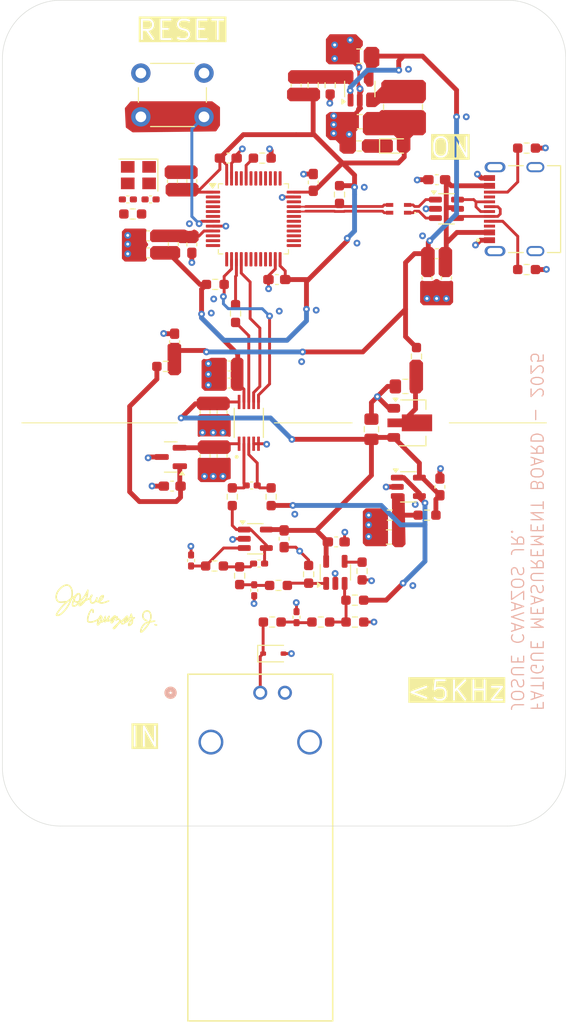
<source format=kicad_pcb>
(kicad_pcb (version 20241229) (generator "pcbnew") (generator_version "9.0")
  (title_block (title "Fatigue Measurement Board") (date "2025-02-21") (rev "-") (comment 1 "Josue Cavazos Jr."))
  (layers (0 "F.Cu" signal) (4 "In1.Cu" signal) (6 "In2.Cu" signal) (2 "B.Cu" signal) (13 "F.Paste" user) (15 "B.Paste" user) (5 "F.SilkS" user "F.Silkscreen") (7 "B.SilkS" user "B.Silkscreen") (1 "F.Mask" user) (3 "B.Mask" user) (25 "Edge.Cuts" user))
  (net 0 "")
  (net 1 "GND")
  (net 2 "+3.3VA")
  (net 3 "VBUS")
  (net 4 "/MCU/USB_CMC_D+")
  (net 5 "/MCU/USB_D-")
  (net 6 "/MCU/USB_CMC_D-")
  (net 7 "/MCU/USB_D+")
  (net 8 "/MCU/USB_CONN_D-")
  (net 9 "/MCU/USB_CONN_CC2")
  (net 10 "/MCU/USB_CONN_CC1")
  (net 11 "/MCU/USB_CONN_D+")
  (net 12 "/Power/LDO_IN")
  (net 13 "/Power/BUCK_SW_3V3")
  (net 14 "+5V")
  (net 15 "/Power/BUCK_FB_3V3")
  (net 16 "/ADC/IN")
  (net 17 "VCOM")
  (net 18 "/ADC/IN_SUM")
  (net 19 "/ADC/SUM_OUT")
  (net 20 "/ADC/SUM-")
  (net 21 "/ADC/AA_BUF_OUT")
  (net 22 "/ADC/IN_AA_BUF")
  (net 23 "/Power/VREF")
  (net 24 "+3V3")
  (net 25 "VDDA")
  (net 26 "/MCU/XTAL_IN")
  (net 27 "/MCU/BOOT0")
  (net 28 "SPI1_NSS")
  (net 29 "/MCU/NRST")
  (net 30 "SPI1_MISO")
  (net 31 "SPI1_SCK")
  (net 32 "/MCU/HSE_IN")
  (net 33 "/MCU/HSE_OUT")
  (net 65 "/ADC/ADC_IN+")
  (net 66 "/ADC/ADC_IN-")
  (net 67 "/ADC/ADC_VREF_VIN")
  (net 68 "/ADC/ADC_VREF")
  (net 69 "/ADC/ADC_SCLK")
  (net 70 "/Power/LED_PWR")
  (net 71 "/ADC/STG2")
  (net 72 "/ADC/STG1")
  (net 73 "/ADC/RF_OUT")
  (footprint "Resistor_SMD:R_0603_1608Metric_Pad0.98x0.95mm_HandSolder" (layer "F.Cu") (at 141.775 124)
    (property "Reference" "R300" (hide yes))
    (property "Value" "1k")
  )
  (footprint "Capacitor_SMD:C_0603_1608Metric_Pad1.08x0.95mm_HandSolder" (layer "F.Cu") (at 129 86 180)
    (property "Reference" "C207" (hide yes))
    (property "Value" "1u")
  )
  (footprint "Capacitor_SMD:C_0603_1608Metric_Pad1.08x0.95mm_HandSolder" (layer "F.Cu") (at 137.25 76.25)
    (property "Reference" "C201" (hide yes))
    (property "Value" "100n")
  )
  (footprint "Capacitor_SMD:C_0603_1608Metric_Pad1.08x0.95mm_HandSolder" (layer "F.Cu") (at 136.6125 102.4 -90)
    (property "Reference" "C307" (hide yes))
    (property "Value" "100n")
  )
  (footprint "USB-C:PHOENIX_1332645" (layer "F.Cu") (at 171.4625 85.97 90)
    (property "Reference" "J200" (hide yes))
    (property "Value" "1332645")
  )
  (footprint "Capacitor_SMD:C_0603_1608Metric_Pad1.08x0.95mm_HandSolder" (layer "F.Cu") (at 131.725 95.1875 90)
    (property "Reference" "C310" (hide yes))
    (property "Value" "10u")
  )
  (footprint "Capacitor_SMD:C_0603_1608Metric_Pad1.08x0.95mm_HandSolder" (layer "F.Cu") (at 134.8625 102.4 -90)
    (property "Reference" "C306" (hide yes))
    (property "Value" "10u")
  )
  (footprint "Resistor_SMD:R_0603_1608Metric_Pad0.98x0.95mm_HandSolder" (layer "F.Cu") (at 137.6625 111.1075 -90)
    (property "Reference" "R306" (hide yes))
    (property "Value" "1k")
  )
  (footprint "MountingHole:MountingHole_3.2mm_M3" (layer "F.Cu") (at 120 66)
    (property "Reference" "H3" (hide yes))
    (property "Value" "MountingHole")
  )
  (footprint "Capacitor_SMD:C_0603_1608Metric_Pad1.08x0.95mm_HandSolder" (layer "F.Cu") (at 134.8625 106.9 -90)
    (property "Reference" "C312" (hide yes))
    (property "Value" "10u")
  )
  (footprint "Resistor_SMD:R_0603_1608Metric_Pad0.98x0.95mm_HandSolder" (layer "F.Cu") (at 138.42 119.2325 -90)
    (property "Reference" "R304" (hide yes))
    (property "Value" "110k")
  )
  (footprint "Capacitor_SMD:C_0603_1608Metric_Pad1.08x0.95mm_HandSolder" (layer "F.Cu") (at 142.25 88.75 180)
    (property "Reference" "C203" (hide yes))
    (property "Value" "100n")
  )
  (footprint "Package_TO_SOT_SMD:SOT-23-5" (layer "F.Cu") (at 140.0325 115.4325)
    (property "Reference" "U301" (hide yes))
    (property "Value" "MCP6001T-E/OT")
  )
  (footprint "Capacitor_SMD:C_0603_1608Metric_Pad1.08x0.95mm_HandSolder" (layer "F.Cu") (at 137.3625 97.65 180)
    (property "Reference" "C309" (hide yes))
    (property "Value" "10u")
  )
  (footprint "Capacitor_SMD:C_0603_1608Metric_Pad1.08x0.95mm_HandSolder" (layer "F.Cu") (at 133.5 85.1375 -90)
    (property "Reference" "C205" (hide yes))
    (property "Value" "10n")
  )
  (footprint "Package_TO_SOT_SMD:SOT-23" (layer "F.Cu") (at 131.3225 107.0125 180)
    (property "Reference" "U303" (hide yes))
    (property "Value" "REF3033AIDBZT")
  )
  (footprint "Capacitor_SMD:C_0603_1608Metric_Pad1.08x0.95mm_HandSolder" (layer "F.Cu") (at 136.6125 106.9 -90)
    (property "Reference" "C313" (hide yes))
    (property "Value" "100n")
  )
  (footprint "Resistor_SMD:R_0603_1608Metric_Pad0.98x0.95mm_HandSolder" (layer "F.Cu") (at 167.9625 87.72)
    (property "Reference" "R200" (hide yes))
    (property "Value" "5k1")
  )
  (footprint "Capacitor_SMD:C_0603_1608Metric_Pad1.08x0.95mm_HandSolder" (layer "F.Cu") (at 157.7125 88.5825 -90)
    (property "Reference" "C102" (hide yes))
    (property "Value" "1u")
  )
  (footprint "Capacitor_SMD:C_0603_1608Metric_Pad1.08x0.95mm_HandSolder" (layer "F.Cu") (at 131.475 110.0125 180)
    (property "Reference" "C311" (hide yes))
    (property "Value" "10u")
  )
  (footprint "Resistor_SMD:R_0603_1608Metric_Pad0.98x0.95mm_HandSolder" (layer "F.Cu") (at 135.9125 89.25 180)
    (property "Reference" "R203" (hide yes))
    (property "Value" "10k")
  )
  (footprint "LED_SMD:LED_0603_1608Metric_Pad1.05x0.95mm_HandSolder" (layer "F.Cu") (at 154.4875 75)
    (property "Reference" "D100" (hide yes))
    (property "Value" "GREEN")
  )
  (footprint "CMC:FIL_ACM2012-900-2P-T002" (layer "F.Cu") (at 154.7875 81.47 180)
    (property "Reference" "FL200" (hide yes))
    (property "Value" "ACM2012-900-2P-T002")
  )
  (footprint "Package_TO_SOT_SMD:SOT-23-6" (layer "F.Cu") (at 159.7125 81.47)
    (property "Reference" "U201" (hide yes))
    (property "Value" "USBLC6-2SC6")
  )
  (footprint "Capacitor_SMD:C_0603_1608Metric_Pad1.08x0.95mm_HandSolder" (layer "F.Cu") (at 143 115.4325 -90)
    (property "Reference" "C300" (hide yes))
    (property "Value" "100n")
  )
  (footprint "Button_Switch_THT:SW_PUSH_6mm" (layer "F.Cu") (at 128.25 67.5)
    (property "Reference" "SW200" (hide yes))
    (property "Value" "SW_Omron_B3FS")
  )
  (footprint "Capacitor_SMD:C_0402_1005Metric_Pad0.74x0.62mm_HandSolder" (layer "F.Cu") (at 140.42 117.9825)
    (property "Reference" "C301" (hide yes))
    (property "Value" "1n")
  )
  (footprint "Resistor_SMD:R_0603_1608Metric_Pad0.98x0.95mm_HandSolder" (layer "F.Cu") (at 142.42 120.2325)
    (property "Reference" "R303" (hide yes))
    (property "Value" "33k")
  )
  (footprint "Capacitor_SMD:C_0603_1608Metric_Pad1.08x0.95mm_HandSolder" (layer "F.Cu") (at 129 84.25 180)
    (property "Reference" "C206" (hide yes))
    (property "Value" "1u")
  )
  (footprint "Capacitor_SMD:C_0805_2012Metric_Pad1.18x1.45mm_HandSolder" (layer "F.Cu") (at 150.7375 65.75 180)
    (property "Reference" "C106" (hide yes))
    (property "Value" "22u")
  )
  (footprint "Crystal:Crystal_SMD_3225-4Pin_3.2x2.5mm" (layer "F.Cu") (at 128 78 180)
    (property "Reference" "Y200" (hide yes))
    (property "Value" "16MHz")
  )
  (footprint "Package_QFP:LQFP-48_7x7mm_P0.5mm" (layer "F.Cu") (at 139.8375 82.5)
    (property "Reference" "U200" (hide yes))
    (property "Value" "STM32F103CBTx")
  )
  (footprint "Capacitor_SMD:C_0402_1005Metric_Pad0.74x0.62mm_HandSolder" (layer "F.Cu") (at 144.275 123.5 90)
    (property "Reference" "C302" (hide yes))
    (property "Value" "150p")
  )
  (footprint "Resistor_SMD:R_0603_1608Metric_Pad0.98x0.95mm_HandSolder" (layer "F.Cu") (at 146.775 124)
    (property "Reference" "R301" (hide yes))
    (property "Value" "56k")
  )
  (footprint "Resistor_SMD:R_0603_1608Metric_Pad0.98x0.95mm_HandSolder" (layer "F.Cu") (at 141.6625 111.1075 -90)
    (property "Reference" "R310" (hide yes))
    (property "Value" "1k")
  )
  (footprint "Resistor_SMD:R_0603_1608Metric_Pad0.98x0.95mm_HandSolder" (layer "F.Cu") (at 145.525 119.0875 90)
    (property "Reference" "R309" (hide yes))
    (property "Value" "1k")
  )
  (footprint "Resistor_SMD:R_0603_1608Metric_Pad0.98x0.95mm_HandSolder" (layer "F.Cu") (at 150.2875 124)
    (property "Reference" "R307" (hide yes))
    (property "Value" "11k")
  )
  (footprint "Resistor_SMD:R_0603_1608Metric_Pad0.98x0.95mm_HandSolder" (layer "F.Cu") (at 153.875 113)
    (property "Reference" "R102" (hide yes))
    (property "Value" "1k")
  )
  (footprint "Package_TO_SOT_SMD:SOT-23-5" (layer "F.Cu") (at 150.7875 69.1375 90)
    (property "Reference" "U102" (hide yes))
    (property "Value" "TLV62569DBV")
  )
  (footprint "Inductor_SMD:L_0603_1608Metric_Pad1.05x0.95mm_HandSolder" (layer "F.Cu") (at 158.7125 86.0825 180)
    (property "Reference" "L100" (hide yes))
    (property "Value" "10n")
  )
  (footprint "Resistor_SMD:R_0603_1608Metric_Pad0.98x0.95mm_HandSolder" (layer "F.Cu") (at 130.8125 97.6875 180)
    (property "Reference" "R311" (hide yes))
    (property "Value" "49R9")
  )
  (footprint "ADC:SOP50P490X110-10N" (layer "F.Cu") (at 139.3625 103.5 90)
    (property "Reference" "U302" (hide yes))
    (property "Value" "ADC141S626CIMM_NOPB")
  )
  (footprint "Capacitor_SMD:C_0603_1608Metric_Pad1.08x0.95mm_HandSolder" (layer "F.Cu") (at 158.7125 78.47 180)
    (property "Reference" "C210" (hide yes))
    (property "Value" "100n")
  )
  (footprint "Package_TO_SOT_SMD:SOT-23-5" (layer "F.Cu") (at 155.7875 110.0875)
    (property "Reference" "U101" (hide yes))
    (property "Value" "MCP6001T-E/OT")
  )
  (footprint "BNC:CONN_73138-5033_MOL" (layer "F.Cu") (at 140.5424 131.278403)
    (property "Reference" "J300" (hide yes))
    (property "Value" "031-5640-1010")
  )
  (footprint "Capacitor_SMD:C_0402_1005Metric_Pad0.74x0.62mm_HandSolder" (layer "F.Cu") (at 139.92 120.7325 -90)
    (property "Reference" "C303" (hide yes))
    (property "Value" "1n")
  )
  (footprint "Capacitor_SMD:C_0805_2012Metric_Pad1.18x1.45mm_HandSolder" (layer "F.Cu") (at 150.7875 72.5 180)
    (property "Reference" "C107" (hide yes))
    (property "Value" "22u")
  )
  (footprint "Capacitor_SMD:C_0402_1005Metric_Pad0.74x0.62mm_HandSolder" (layer "F.Cu") (at 139.6625 109.945)
    (property "Reference" "C305" (hide yes))
    (property "Value" "150p")
  )
  (footprint "MountingHole:MountingHole_3.2mm_M3" (layer "F.Cu") (at 120 139)
    (property "Reference" "H4" (hide yes))
    (property "Value" "MountingHole")
  )
  (footprint "Capacitor_SMD:C_0805_2012Metric_Pad1.18x1.45mm_HandSolder" (layer "F.Cu") (at 155.4875 99.75 180)
    (property "Reference" "C103" (hide yes))
    (property "Value" "22u")
  )
  (footprint "Capacitor_SMD:C_0603_1608Metric_Pad1.08x0.95mm_HandSolder" (layer "F.Cu") (at 133.5 78.6125 90)
    (property "Reference" "C204" (hide yes))
    (property "Value" "100n")
  )
  (footprint "Resistor_SMD:R_0603_1608Metric_Pad0.98x0.95mm_HandSolder" (layer "F.Cu") (at 140.75 76.25 180)
    (property "Reference" "R202" (hide yes))
    (property "Value" "10k")
  )
  (footprint "MountingHole:MountingHole_3.2mm_M3" (layer "F.Cu") (at 166 139)
    (property "Reference" "H1" (hide yes))
    (property "Value" "MountingHole")
  )
  (footprint "Capacitor_SMD:C_0603_1608Metric_Pad1.08x0.95mm_HandSolder" (layer "F.Cu") (at 148.3625 115.75)
    (property "Reference" "C314" (hide yes))
    (property "Value" "100n")
  )
  (footprint "Resistor_SMD:R_0603_1608Metric_Pad0.98x0.95mm_HandSolder" (layer "F.Cu") (at 147.7375 68.75 90)
    (property "Reference" "R105" (hide yes))
    (property "Value" "22k")
  )
  (footprint "LOGO" (layer "F.Cu") (at 125 122.75)
    (property "Reference" "G***" (hide yes))
    (property "Value" "LOGO" (hide yes))
  )
  (footprint "Resistor_SMD:R_0603_1608Metric_Pad0.98x0.95mm_HandSolder" (layer "F.Cu") (at 127.4125 82 180)
    (property "Reference" "R204" (hide yes))
    (property "Value" "0R")
  )
  (footprint "Capacitor_SMD:C_0603_1608Metric_Pad1.08x0.95mm_HandSolder" (layer "F.Cu") (at 159.0375 110.0875 -90)
    (property "Reference" "C100" (hide yes))
    (property "Value" "100n")
  )
  (footprint "Resistor_SMD:R_0603_1608Metric_Pad0.98x0.95mm_HandSolder" (layer "F.Cu") (at 156.625 96.6625 -90)
    (property "Reference" "R100" (hide yes))
    (property "Value" "10R")
  )
  (footprint "Capacitor_SMD:C_0603_1608Metric_Pad1.08x0.95mm_HandSolder" (layer "F.Cu") (at 131.5 78.6375 90)
    (property "Reference" "C200" (hide yes))
    (property "Value" "10u")
  )
  (footprint "Capacitor_SMD:C_0603_1608Metric_Pad1.08x0.95mm_HandSolder" (layer "F.Cu") (at 144.2375 68.75 90)
    (property "Reference" "C108" (hide yes))
    (property "Value" "DNP")
  )
  (footprint "Inductor_SMD:L_0603_1608Metric_Pad1.05x0.95mm_HandSolder" (layer "F.Cu") (at 131.5925 85.1025 -90)
    (property "Reference" "L200" (hide yes))
    (property "Value" "10n")
  )
  (footprint "Capacitor_SMD:C_0603_1608Metric_Pad1.08x0.95mm_HandSolder" (layer "F.Cu") (at 159.7125 88.5825 -90)
    (property "Reference" "C101" (hide yes))
    (property "Value" "1u")
  )
  (footprint "Resistor_SMD:R_0603_1608Metric_Pad0.98x0.95mm_HandSolder" (layer "F.Cu") (at 145.9875 68.75 -90)
    (property "Reference" "R103" (hide yes))
    (property "Value" "100k")
  )
  (footprint "Capacitor_SMD:C_0805_2012Metric_Pad1.18x1.45mm_HandSolder" (layer "F.Cu") (at 151.9875 104.155 90)
    (property "Reference" "C104" (hide yes))
    (property "Value" "22u")
  )
  (footprint "Capacitor_SMD:C_0402_1005Metric_Pad0.74x0.62mm_HandSolder" (layer "F.Cu") (at 126.9125 80.5)
    (property "Reference" "C209" (hide yes))
    (property "Value" "10p")
  )
  (footprint "Diode_SMD:D_SOD-323" (layer "F.Cu") (at 141.8875 127.25)
    (property "Reference" "D300" (hide yes))
    (property "Value" "PESD3V3L1BA,115")
  )
  (footprint "Capacitor_SMD:C_0805_2012Metric_Pad1.18x1.45mm_HandSolder" (layer "F.Cu") (at 153.7875 115.25 180)
    (property "Reference" "C105" (hide yes))
    (property "Value" "22u")
  )
  (footprint "Capacitor_SMD:C_0402_1005Metric_Pad0.74x0.62mm_HandSolder" (layer "F.Cu") (at 129.25 80.5 180)
    (property "Reference" "C208" (hide yes))
    (property "Value" "10p")
  )
  (footprint "MountingHole:MountingHole_3.2mm_M3" (layer "F.Cu") (at 166 66)
    (property "Reference" "H2" (hide yes))
    (property "Value" "MountingHole")
  )
  (footprint "Package_TO_SOT_SMD:SOT-23-5" (layer "F.Cu") (at 148.275 118.8875 90)
    (property "Reference" "U300" (hide yes))
    (property "Value" "MCP6001T-E/OT")
  )
  (footprint "Resistor_SMD:R_0603_1608Metric_Pad0.98x0.95mm_HandSolder" (layer "F.Cu") (at 135.8325 118.2325)
    (property "Reference" "R305" (hide yes))
    (property "Value" "56k")
  )
  (footprint "Package_TO_SOT_SMD:SOT-89-3" (layer "F.Cu") (at 156.2375 103.5)
    (property "Reference" "U100" (hide yes))
    (property "Value" "HT7533-1")
  )
  (footprint "Power Inductor:IND_VLS4015CX-100M-H" (layer "F.Cu") (at 155.2375 71 -90)
    (property "Reference" "L101" (hide yes))
    (property "Value" "10u")
  )
  (footprint "Resistor_SMD:R_0603_1608Metric_Pad0.98x0.95mm_HandSolder" (layer "F.Cu") (at 167.9625 75.22)
    (property "Reference" "R201" (hide yes))
    (property "Value" "5k1")
  )
  (footprint "Capacitor_SMD:C_0603_1608Metric_Pad1.08x0.95mm_HandSolder" (layer "F.Cu") (at 146 78.75 90)
    (property "Reference" "C202" (hide yes))
    (property "Value" "100n")
  )
  (footprint "Resistor_SMD:R_0603_1608Metric_Pad0.98x0.95mm_HandSolder" (layer "F.Cu") (at 138 92.25 -90)
    (property "Reference" "R312" (hide yes))
    (property "Value" "0R")
  )
  (footprint "Resistor_SMD:R_0603_1608Metric_Pad0.98x0.95mm_HandSolder" (layer "F.Cu") (at 150.275 121.75 180)
    (property "Reference" "R302" (hide yes))
    (property "Value" "56k")
  )
  (footprint "Resistor_SMD:R_0603_1608Metric_Pad0.98x0.95mm_HandSolder" (layer "F.Cu") (at 148.7 80 -90)
    (property "Reference" "R205" (hide yes))
    (property "Value" "1k5")
  )
  (footprint "Capacitor_SMD:C_0402_1005Metric_Pad0.74x0.62mm_HandSolder" (layer "F.Cu") (at 133.42 117.665 90)
    (property "Reference" "C304" (hide yes))
    (property "Value" "150p")
  )
  (footprint "Resistor_SMD:R_0603_1608Metric_Pad0.98x0.95mm_HandSolder" (layer "F.Cu") (at 151.025 118.75 -90)
    (property "Reference" "R308" (hide yes))
    (property "Value" "1k")
  )
  (footprint "Resistor_SMD:R_0603_1608Metric_Pad0.98x0.95mm_HandSolder" (layer "F.Cu") (at 150.7375 75)
    (property "Reference" "R104" (hide yes))
    (property "Value" "1k")
  )
  (footprint "Resistor_SMD:R_0603_1608Metric_Pad0.98x0.95mm_HandSolder" (layer "F.Cu") (at 157.7125 113)
    (property "Reference" "R101" (hide yes))
    (property "Value" "1k")
  )
  (footprint "Capacitor_SMD:C_0603_1608Metric_Pad1.08x0.95mm_HandSolder" (layer "F.Cu") (at 137.3625 99.4 180)
    (property "Reference" "C308" (hide yes))
    (property "Value" "100n")
  )
  (gr_line (start 142 103.5) (end 150 103.5) (stroke (width 0.1)) (layer "F.SilkS"))
  (gr_line (start 116 103.5) (end 132 103.5) (stroke (width 0.1)) (layer "F.SilkS"))
  (gr_line (start 160 103.5) (end 170 103.5) (stroke (width 0.1)) (layer "F.SilkS"))
  (gr_line (start 166 145) (end 120 145) (stroke (width 0.05)) (layer "Edge.Cuts"))
  (gr_arc (start 114 66) (mid 115.757359 61.757359) (end 120 60) (stroke (width 0.05)) (layer "Edge.Cuts"))
  (gr_line (start 172 66) (end 172 139) (stroke (width 0.05)) (layer "Edge.Cuts"))
  (gr_arc (start 120 145) (mid 115.757359 143.242641) (end 114 139) (stroke (width 0.05)) (layer "Edge.Cuts"))
  (gr_arc (start 166 60) (mid 170.242641 61.757359) (end 172 66) (stroke (width 0.05)) (layer "Edge.Cuts"))
  (gr_arc (start 172 139) (mid 170.242641 143.242641) (end 166 145) (stroke (width 0.05)) (layer "Edge.Cuts"))
  (gr_line (start 166 60) (end 120 60) (stroke (width 0.05)) (layer "Edge.Cuts"))
  (gr_line (start 114 66) (end 114 139) (stroke (width 0.05)) (layer "Edge.Cuts"))
  (gr_text "IN" (at 127 137 0) (layer "F.SilkS" knockout) (effects (font (size 2 2) (thickness 0.2)) (justify left bottom)))
  (gr_text "<5KHz" (at 155.5 132.25 0) (layer "F.SilkS" knockout) (effects (font (size 2 2) (thickness 0.2)) (justify left bottom)))
  (gr_text "ON" (at 157.9375 76.35 0) (layer "F.SilkS" knockout) (effects (font (size 2 2) (thickness 0.2)) (justify left bottom)))
  (gr_text "RESET" (at 127.75 64.25 0) (layer "F.SilkS" knockout) (effects (font (size 2 2) (thickness 0.2)) (justify left bottom)))
  (gr_text "FATIGUE MEASUREMENT BOARD - 2025\nJOSUE CAVAZOS JR." (at 166.25 133.25 270) (layer "B.SilkS") (effects (font (size 1.25 1.25) (thickness 0.125)) (justify left bottom mirror)))
  (segment (start 164.1425 78.3) (end 163.3 78.3) (width 0.5) (layer "F.Cu") (net 1))
  (segment (start 131.725 94.325) (end 130.625 94.325) (width 0.5) (layer "F.Cu") (net 1))
  (segment (start 130.385 107.0125) (end 129.0875 107.0125) (width 0.5) (layer "F.Cu") (net 1))
  (segment (start 168.875 75.22) (end 169.88 75.22) (width 0.5) (layer "F.Cu") (net 1))
  (segment (start 169.88 75.22) (end 169.9 75.2) (width 0.5) (layer "F.Cu") (net 1))
  (segment (start 158.575 81.47) (end 157.609886 81.47) (width 0.5) (layer "F.Cu") (net 1))
  (segment (start 153.8 102) (end 152.6 100.8) (width 0.5) (layer "F.Cu") (net 1))
  (segment (start 141.15 105.65) (end 141.2 105.7) (width 0.3) (layer "F.Cu") (net 1))
  (segment (start 141.3875 88.75) (end 141.3875 89.6875) (width 0.3) (layer "F.Cu") (net 1))
  (segment (start 138.1125 75.8875) (end 138.7 75.3) (width 0.3) (layer "F.Cu") (net 1))
  (segment (start 143 116.295) (end 144.195 116.295) (width 0.3) (layer "F.Cu") (net 1))
  (segment (start 138.895 115.4325) (end 137.7675 115.4325) (width 0.3) (layer "F.Cu") (net 1))
  (segment (start 137.5875 78.3375) (end 137.5875 76.775) (width 0.3) (layer "F.Cu") (net 1))
  (segment (start 133.42 117.0975) (end 133.42 116.22) (width 0.3) (layer "F.Cu") (net 1))
  (segment (start 146 77.8875) (end 145.0125 77.8875) (width 0.5) (layer "F.Cu") (net 1))
  (segment (start 144.275 122.9325) (end 144.275 122.025) (width 0.3) (layer "F.Cu") (net 1))
  (segment (start 157.85 78.47) (end 156.73 78.47) (width 0.5) (layer "F.Cu") (net 1))
  (segment (start 139.92 122.08) (end 139.9 122.1) (width 0.3) (layer "F.Cu") (net 1))
  (segment (start 169.98 87.72) (end 170 87.7) (width 0.5) (layer "F.Cu") (net 1))
  (segment (start 141.3875 88.3625) (end 141.3875 88.75) (width 0.3) (layer "F.Cu") (net 1))
  (segment (start 142.0875 86.6625) (end 142.0875 87.6625) (width 0.3) (layer "F.Cu") (net 1))
  (segment (start 129.4125 110.0125) (end 129.4 110) (width 0.5) (layer "F.Cu") (net 1))
  (segment (start 151.9875 103.1175) (end 151.9875 101.4125) (width 0.5) (layer "F.Cu") (net 1))
  (segment (start 144 80.25) (end 142.85 80.25) (width 0.3) (layer "F.Cu") (net 1))
  (segment (start 154.2875 102) (end 153.8 102) (width 0.5) (layer "F.Cu") (net 1))
  (segment (start 147.7375 70.5625) (end 147.7 70.6) (width 0.5) (layer "F.Cu") (net 1))
  (segment (start 141.6625 75.4625) (end 141.5 75.3) (width 0.5) (layer "F.Cu") (net 1))
  (segment (start 149.225 115.75) (end 149.225 114.775) (width 0.3) (layer "F.Cu") (net 1))
  (segment (start 153.5125 110.0875) (end 153.5 110.1) (width 0.5) (layer "F.Cu") (net 1))
  (segment (start 144.275 122.025) (end 144.25 122) (width 0.3) (layer "F.Cu") (net 1))
  (segment (start 168.875 87.72) (end 169.98 87.72) (width 0.5) (layer "F.Cu") (net 1))
  (segment (start 139.92 121.3) (end 139.92 122.08) (width 0.3) (layer "F.Cu") (net 1))
  (segment (start 130.625 94.325) (end 130.6 94.3) (width 0.5) (layer "F.Cu") (net 1))
  (segment (start 147.7375 69.6625) (end 147.7375 70.5625) (width 0.5) (layer "F.Cu") (net 1))
  (segment (start 148.275 120.025) (end 148.275 119.025) (width 0.3) (layer "F.Cu") (net 1))
  (segment (start 141.3875 89.6875) (end 141.4 89.7) (width 0.3) (layer "F.Cu") (net 1))
  (segment (start 142.9375 127.25) (end 143.75 127.25) (width 0.3) (layer "F.Cu") (net 1))
  (segment (start 133.42 116.22) (end 133.4 116.2) (width 0.3) (layer "F.Cu") (net 1))
  (segment (start 141.6625 76.25) (end 141.6625 75.4625) (width 0.5) (layer "F.Cu") (net 1))
  (segment (start 151.025 119.6625) (end 151.9125 119.6625) (width 0.3) (layer "F.Cu") (net 1))
  (segment (start 133.5 86) (end 133.5 87) (width 0.5) (layer "F.Cu") (net 1))
  (segment (start 142.85 80.25) (end 142.8 80.3) (width 0.3) (layer "F.Cu") (net 1))
  (segment (start 138.1125 76.25) (end 138.1125 75.8875) (width 0.3) (layer "F.Cu") (net 1))
  (segment (start 142.0875 87.6625) (end 141.3875 88.3625) (width 0.3) (layer "F.Cu") (net 1))
  (segment (start 154.65 110.0875) (end 153.5125 110.0875) (width 0.5) (layer "F.Cu") (net 1))
  (segment (start 145.525 117.625) (end 144.6 116.7) (width 0.3) (layer "F.Cu") (net 1))
  (segment (start 154.45 99.75) (end 153.65 99.75) (width 0.5) (layer "F.Cu") (net 1))
  (segment (start 151.9875 101.4125) (end 152.6 100.8) (width 0.5) (layer "F.Cu") (net 1))
  (segment (start 130.6125 110.0125) (end 129.4125 110.0125) (width 0.5) (layer "F.Cu") (net 1))
  (segment (start 140.3625 105.65) (end 141.15 105.65) (width 0.3) (layer "F.Cu") (net 1))
  (segment (start 144.195 116.295) (end 144.6 116.7) (width 0.3) (layer "F.Cu") (net 1))
  (segment (start 149.225 114.775) (end 149.25 114.75) (width 0.3) (layer "F.Cu") (net 1))
  (segment (start 148.275 119.025) (end 148.25 119) (width 0.3) (layer "F.Cu") (net 1))
  (segment (start 151.2 124) (end 152.25 124) (width 0.3) (layer "F.Cu") (net 1))
  (segment (start 145.0125 77.8875) (end 145 77.9) (width 0.5) (layer "F.Cu") (net 1))
  (segment (start 164.1425 84.7) (end 163.2 84.7) (width 0.5) (layer "F.Cu") (net 1))
  (segment (start 163.2 84.7) (end 162.7 85.2) (width 0.5) (layer "F.Cu") (net 1))
  (segment (start 151.9125 119.6625) (end 152 119.75) (width 0.3) (layer "F.Cu") (net 1))
  (segment (start 137.5875 76.775) (end 138.1125 76.25) (width 0.3) (layer "F.Cu") (net 1))
  (segment (start 137.7675 115.4325) (end 137.7 115.5) (width 0.3) (layer "F.Cu") (net 1))
  (segment (start 139.8625 105.65) (end 140.3625 105.65) (width 0.3) (layer "F.Cu") (net 1))
  (segment (start 156.73 78.47) (end 156.7 78.5) (width 0.5) (layer "F.Cu") (net 1))
  (segment (start 129.0875 107.0125) (end 129 107.1) (width 0.5) (layer "F.Cu") (net 1))
  (segment (start 145.525 118.175) (end 145.525 117.625) (width 0.3) (layer "F.Cu") (net 1))
  (segment (start 159.0375 108.2625) (end 159.1 108.2) (width 0.5) (layer "F.Cu") (net 1))
  (segment (start 159.0375 109.225) (end 159.0375 108.2625) (width 0.5) (layer "F.Cu") (net 1))
  (segment (start 153.65 99.75) (end 152.6 100.8) (width 0.5) (layer "F.Cu") (net 1))
  (segment (start 135.675 83.25) (end 137 83.25) (width 0.3) (layer "F.Cu") (net 1))
  (segment (start 163.3 78.3) (end 162.9 77.9) (width 0.5) (layer "F.Cu") (net 1))
  (via (at 134.8 109) (size 0.7) (drill 0.3) (layers "F.Cu" "B.Cu") (net 1))
  (via (at 141.5 75.3) (size 0.7) (drill 0.3) (layers "F.Cu" "B.Cu") (net 1))
  (via (at 137.7 115.5) (size 0.7) (drill 0.3) (layers "F.Cu" "B.Cu") (net 1))
  (via (at 142.5 92) (size 0.7) (drill 0.3) (layers "F.Cu" "B.Cu") (net 1))
  (via (at 148.2 66) (size 0.7) (drill 0.3) (layers "F.Cu" "B.Cu") (net 1))
  (via (at 149.25 114.75) (size 0.7) (drill 0.3) (layers "F.Cu" "B.Cu") (net 1))
  (via (at 150.7 66.9) (size 0.7) (drill 0.3) (layers "F.Cu" "B.Cu") (net 1))
  (via (at 153.5 110.1) (size 0.7) (drill 0.3) (layers "F.Cu" "B.Cu") (net 1))
  (via (at 144.8 97.2) (size 0.7) (drill 0.3) (layers "F.Cu" "B.Cu") (net 1))
  (via (at 157.609886 81.47) (size 0.7) (drill 0.3) (layers "F.Cu" "B.Cu") (net 1))
  (via (at 137 83.25) (size 0.7) (drill 0.3) (layers "F.Cu" "B.Cu") (net 1))
  (via (at 148.1 73.7) (size 0.7) (drill 0.3) (layers "F.Cu" "B.Cu") (net 1))
  (via (at 149.7 73.8) (size 0.7) (drill 0.3) (layers "F.Cu" "B.Cu") (net 1))
  (via (at 157.25 84.25) (size 0.7) (drill 0.3) (layers "F.Cu" "B.Cu") (net 1))
  (via (at 136.7 109) (size 0.7) (drill 0.3) (layers "F.Cu" "B.Cu") (net 1))
  (via (at 126.9 86.1) (size 0.7) (drill 0.3) (layers "F.Cu" "B.Cu") (net 1))
  (via (at 148.1 72.8) (size 0.7) (drill 0.3) (layers "F.Cu" "B.Cu") (net 1))
  (via (at 159.7 90.7) (size 0.7) (drill 0.3) (layers "F.Cu" "B.Cu") (net 1))
  (via (at 135.7 109) (size 0.7) (drill 0.3) (layers "F.Cu" "B.Cu") (net 1))
  (via (at 134.6 104.5) (size 0.7) (drill 0.3) (layers "F.Cu" "B.Cu") (net 1))
  (via (at 139.9 122.1) (size 0.7) (drill 0.3) (layers "F.Cu" "B.Cu") (net 1))
  (via (at 129 107.1) (size 0.7) (drill 0.3) (layers "F.Cu" "B.Cu") (net 1))
  (via (at 144.25 122) (size 0.7) (drill 0.3) (layers "F.Cu" "B.Cu") (net 1))
  (via (at 144.1 112.9) (size 0.7) (drill 0.3) (layers "F.Cu" "B.Cu") (net 1))
  (via (at 156.25 120.25) (size 0.7) (drill 0.3) (layers "F.Cu" "B.Cu") (net 1))
  (via (at 151.7 113) (size 0.7) (drill 0.3) (layers "F.Cu" "B.Cu") (net 1))
  (via (at 135.7 104.5) (size 0.7) (drill 0.3) (layers "F.Cu" "B.Cu") (net 1))
  (via (at 152.25 124) (size 0.7) (drill 0.3) (layers "F.Cu" "B.Cu") (net 1))
  (via (at 155.8 67.1) (size 0.7) (drill 0.3) (layers "F.Cu" "B.Cu") (net 1))
  (via (at 135.2 97.4) (size 0.7) (drill 0.3) (layers "F.Cu" "B.Cu") (net 1))
  (via (at 130.6 94.3) (size 0.7) (drill 0.3) (layers "F.Cu" "B.Cu") (net 1))
  (via (at 161.75 72) (size 0.7) (drill 0.3) (layers "F.Cu" "B.Cu") (net 1))
  (via (at 146.3 91.9) (size 0.7) (drill 0.3) (layers "F.Cu" "B.Cu") (net 1))
  (via (at 156.7 78.5) (size 0.7) (drill 0.3) (layers "F.Cu" "B.Cu") (net 1))
  (via (at 149.8 64.1) (size 0.7) (drill 0.3) (layers "F.Cu" "B.Cu") (net 1))
  (via (at 170 87.7) (size 0.7) (drill 0.3) (layers "F.Cu" "B.Cu") (net 1))
  (via (at 162.9 77.9) (size 0.7) (drill 0.3) (layers "F.Cu" "B.Cu") (net 1))
  (via (at 151.7 114) (size 0.7) (drill 0.3) (layers "F.Cu" "B.Cu") (net 1))
  (via (at 148.1 71.9) (size 0.7) (drill 0.3) (layers "F.Cu" "B.Cu") (net 1))
  (via (at 145 77.9) (size 0.7) (drill 0.3) (layers "F.Cu" "B.Cu") (net 1))
  (via (at 141.2 105.7) (size 0.7) (drill 0.3) (layers "F.Cu" "B.Cu") (net 1))
  (via (at 143.75 127.25) (size 0.7) (drill 0.3) (layers "F.Cu" "B.Cu") (net 1))
  (via (at 141.4 89.7) (size 0.7) (drill 0.3) (layers "F.Cu" "B.Cu") (net 1))
  (via (at 135.2 99.6) (size 0.7) (drill 0.3) (layers "F.Cu" "B.Cu") (net 1))
  (via (at 133.4 116.2) (size 0.7) (drill 0.3) (layers "F.Cu" "B.Cu") (net 1))
  (via (at 157.7 90.7) (size 0.7) (drill 0.3) (layers "F.Cu" "B.Cu") (net 1))
  (via (at 129.4 110) (size 0.7) (drill 0.3) (layers "F.Cu" "B.Cu") (net 1))
  (via (at 156.5 111.9) (size 0.7) (drill 0.3) (layers "F.Cu" "B.Cu") (net 1))
  (via (at 150.8 69.1) (size 0.7) (drill 0.3) (layers "F.Cu" "B.Cu") (net 1))
  (via (at 148.25 119) (size 0.7) (drill 0.3) (layers "F.Cu" "B.Cu") (net 1))
  (via (at 135.5 92.2) (size 0.7) (drill 0.3) (layers "F.Cu" "B.Cu") (net 1))
  (via (at 138.7 75.3) (size 0.7) (drill 0.3) (layers "F.Cu" "B.Cu") (net 1))
  (via (at 133.5 87) (size 0.7) (drill 0.3) (layers "F.Cu" "B.Cu") (net 1))
  (via (at 150.5 85) (size 0.7) (drill 0.3) (layers "F.Cu" "B.Cu") (net 1))
  (via (at 135.75 90.75) (size 0.7) (drill 0.3) (layers "F.Cu" "B.Cu") (net 1))
  (via (at 152.6 100.8) (size 0.7) (drill 0.3) (layers "F.Cu" "B.Cu") (net 1))
  (via (at 142.8 80.3) (size 0.7) (drill 0.3) (layers "F.Cu" "B.Cu") (net 1))
  (via (at 144.6 116.7) (size 0.7) (drill 0.3) (layers "F.Cu" "B.Cu") (net 1))
  (via (at 162.7 85.2) (size 0.7) (drill 0.3) (layers "F.Cu" "B.Cu") (net 1))
  (via (at 159.1 108.2) (size 0.7) (drill 0.3) (layers "F.Cu" "B.Cu") (net 1))
  (via (at 126.9 84.2) (size 0.7) (drill 0.3) (layers "F.Cu" "B.Cu") (net 1))
  (via (at 158.7 90.7) (size 0.7) (drill 0.3) (layers "F.Cu" "B.Cu") (net 1))
  (via (at 151.7 115.2) (size 0.7) (drill 0.3) (layers "F.Cu" "B.Cu") (net 1))
  (via (at 147.7 70.6) (size 0.7) (drill 0.3) (layers "F.Cu" "B.Cu") (net 1))
  (via (at 136.7 104.5) (size 0.7) (drill 0.3) (layers "F.Cu" "B.Cu") (net 1))
  (via (at 148.2 64.6) (size 0.7) (drill 0.3) (layers "F.Cu" "B.Cu") (net 1))
  (via (at 151.25 79.25) (size 0.7) (drill 0.3) (layers "F.Cu" "B.Cu") (net 1))
  (via (at 133.25 83) (size 0.7) (drill 0.3) (layers "F.Cu" "B.Cu") (net 1))
  (via (at 152 119.75) (size 0.7) (drill 0.3) (layers "F.Cu" "B.Cu") (net 1))
  (via (at 135.2 98.5) (size 0.7) (drill 0.3) (layers "F.Cu" "B.Cu") (net 1))
  (via (at 169.9 75.2) (size 0.7) (drill 0.3) (layers "F.Cu" "B.Cu") (net 1))
  (via (at 126.9 85.1) (size 0.7) (drill 0.3) (layers "F.Cu" "B.Cu") (net 1))
  (segment (start 147.325 117.75) (end 147.325 115.925) (width 0.5) (layer "F.Cu") (net 2))
  (segment (start 151.9875 105.1925) (end 143.8075 105.1925) (width 0.5) (layer "F.Cu") (net 2))
  (segment (start 146.32 114.57) (end 151.9875 108.9025) (width 0.5) (layer "F.Cu") (net 2))
  (segment (start 158.625 113) (end 158.625 111.3625) (width 0.5) (layer "F.Cu") (net 2))
  (segment (start 154.2875 105) (end 152.18 105) (width 0.5) (layer "F.Cu") (net 2))
  (segment (start 143.8075 105.1925) (end 143.8 105.2) (width 0.5) (layer "F.Cu") (net 2))
  (segment (start 156.925 107.6375) (end 156.925 109.1375) (width 0.5) (layer "F.Cu") (net 2))
  (segment (start 154.2875 105) (end 156.925 107.6375) (width 0.5) (layer "F.Cu") (net 2))
  (segment (start 151.9875 108.9025) (end 151.9875 105.1925) (width 0.5) (layer "F.Cu") (net 2))
  (segment (start 152.18 105) (end 151.9875 105.1925) (width 0.5) (layer "F.Cu") (net 2))
  (segment (start 141.17 114.4825) (end 142.9125 114.4825) (width 0.5) (layer "F.Cu") (net 2))
  (segment (start 143 114.57) (end 146.32 114.57) (width 0.5) (layer "F.Cu") (net 2))
  (segment (start 132.4 103) (end 133.8625 101.5375) (width 0.5) (layer "F.Cu") (net 2))
  (segment (start 156.925 109.1375) (end 157.225 109.1375) (width 0.5) (layer "F.Cu") (net 2))
  (segment (start 133.8625 101.5375) (end 134.8625 101.5375) (width 0.5) (layer "F.Cu") (net 2))
  (segment (start 147.325 115.925) (end 147.5 115.75) (width 0.5) (layer "F.Cu") (net 2))
  (segment (start 142.9125 114.4825) (end 143 114.57) (width 0.5) (layer "F.Cu") (net 2))
  (segment (start 136.8 101.35) (end 136.6125 101.5375) (width 0.3) (layer "F.Cu") (net 2))
  (segment (start 138.3625 101.35) (end 136.8 101.35) (width 0.3) (layer "F.Cu") (net 2))
  (segment (start 146.32 114.57) (end 147.5 115.75) (width 0.5) (layer "F.Cu") (net 2))
  (segment (start 158.625 111.3625) (end 159.0375 110.95) (width 0.5) (layer "F.Cu") (net 2))
  (segment (start 157.225 109.1375) (end 159.0375 110.95) (width 0.5) (layer "F.Cu") (net 2))
  (via (at 132.4 103) (size 0.7) (drill 0.3) (layers "F.Cu" "B.Cu") (net 2))
  (via (at 143.8 105.2) (size 0.7) (drill 0.3) (layers "F.Cu" "B.Cu") (net 2))
  (segment (start 143.8 105.2) (end 141.6 103) (width 0.5) (layer "B.Cu") (net 2))
  (segment (start 141.6 103) (end 132.4 103) (width 0.5) (layer "B.Cu") (net 2))
  (segment (start 159.575 78.47) (end 159.6885 78.5835) (width 0.5) (layer "F.Cu") (net 3))
  (segment (start 160.729 81.349) (end 159.8395 81.349) (width 0.5) (layer "F.Cu") (net 3))
  (segment (start 159.8395 81.349) (end 159.6885 81.5) (width 0.5) (layer "F.Cu") (net 3))
  (segment (start 160.85 81.47) (end 160.729 81.349) (width 0.5) (layer "F.Cu") (net 3))
  (segment (start 159.6885 78.5835) (end 159.6885 81.5) (width 0.5) (layer "F.Cu") (net 3))
  (segment (start 160.7885 83.9) (end 159.6885 85) (width 0.5) (layer "F.Cu") (net 3))
  (segment (start 159.6885 85.9815) (end 159.5875 86.0825) (width 0.5) (layer "F.Cu") (net 3))
  (segment (start 164.1425 79.1) (end 160.205 79.1) (width 0.5) (layer "F.Cu") (net 3))
  (segment (start 160.205 79.1) (end 159.575 78.47) (width 0.5) (layer "F.Cu") (net 3))
  (segment (start 159.6885 85) (end 159.6885 85.9815) (width 0.5) (layer "F.Cu") (net 3))
  (segment (start 159.6885 81.5) (end 159.6885 85) (width 0.5) (layer "F.Cu") (net 3))
  (segment (start 164.1425 83.9) (end 160.7885 83.9) (width 0.5) (layer "F.Cu") (net 3))
  (segment (start 156.873249 81.228) (end 156.433001 81.228) (width 0.284) (layer "F.Cu") (net 4))
  (segment (start 156.433001 81.228) (end 156.275001 81.07) (width 0.284) (layer "F.Cu") (net 4))
  (segment (start 157.581249 80.52) (end 156.873249 81.228) (width 0.284) (layer "F.Cu") (net 4))
  (segment (start 158.575 80.52) (end 157.581249 80.52) (width 0.284) (layer "F.Cu") (net 4))
  (segment (start 156.275001 81.07) (end 155.7125 81.07) (width 0.284) (layer "F.Cu") (net 4))
  (segment (start 145.106251 81.75) (end 144 81.75) (width 0.2) (layer "F.Cu") (net 5))
  (segment (start 153.8625 81.87) (end 153.299999 81.87) (width 0.284) (layer "F.Cu") (net 5))
  (segment (start 149.215532 81.712) (end 149.184532 81.743) (width 0.284) (layer "F.Cu") (net 5))
  (segment (start 149.184532 81.743) (end 148.215468 81.743) (width 0.284) (layer "F.Cu") (net 5))
  (segment (start 145.131251 81.725) (end 145.106251 81.75) (width 0.2) (layer "F.Cu") (net 5))
  (segment (start 153.141999 81.712) (end 149.215532 81.712) (width 0.284) (layer "F.Cu") (net 5))
  (segment (start 148.184468 81.712) (end 145.223545 81.712) (width 0.284) (layer "F.Cu") (net 5))
  (segment (start 148.215468 81.743) (end 148.184468 81.712) (width 0.284) (layer "F.Cu") (net 5))
  (segment (start 153.299999 81.87) (end 153.141999 81.712) (width 0.284) (layer "F.Cu") (net 5))
  (segment (start 156.275001 81.87) (end 155.7125 81.87) (width 0.284) (layer "F.Cu") (net 6))
  (segment (start 157.581249 82.42) (end 156.873249 81.712) (width 0.284) (layer "F.Cu") (net 6))
  (segment (start 158.575 82.42) (end 157.581249 82.42) (width 0.284) (layer "F.Cu") (net 6))
  (segment (start 156.433001 81.712) (end 156.275001 81.87) (width 0.284) (layer "F.Cu") (net 6))
  (segment (start 156.873249 81.712) (end 156.433001 81.712) (width 0.284) (layer "F.Cu") (net 6))
  (segment (start 145.131251 81.275) (end 145.106251 81.25) (width 0.2) (layer "F.Cu") (net 7))
  (segment (start 145.106251 81.25) (end 144 81.25) (width 0.2) (layer "F.Cu") (net 7))
  (segment (start 153.141999 81.228) (end 145.223545 81.228) (width 0.284) (layer "F.Cu") (net 7))
  (segment (start 153.299999 81.07) (end 153.141999 81.228) (width 0.284) (layer "F.Cu") (net 7))
  (segment (start 153.8625 81.07) (end 153.299999 81.07) (width 0.284) (layer "F.Cu") (net 7))
  (segment (start 165 81.25) (end 165.25 81.5) (width 0.284) (layer "F.Cu") (net 8))
  (segment (start 161.02 82.25) (end 160.85 82.42) (width 0.284) (layer "F.Cu") (net 8))
  (segment (start 165.25 82) (end 165 82.25) (width 0.284) (layer "F.Cu") (net 8))
  (segment (start 164.1425 81.25) (end 165 81.25) (width 0.284) (layer "F.Cu") (net 8))
  (segment (start 165 82.25) (end 164.1425 82.25) (width 0.284) (layer "F.Cu") (net 8))
  (segment (start 164.1425 82.25) (end 161.02 82.25) (width 0.284) (layer "F.Cu") (net 8))
  (segment (start 165.25 81.5) (end 165.25 82) (width 0.284) (layer "F.Cu") (net 8))
  (segment (start 167.05 78.7) (end 167.05 75.22) (width 0.3) (layer "F.Cu") (net 9))
  (segment (start 166 79.75) (end 167.05 78.7) (width 0.3) (layer "F.Cu") (net 9))
  (segment (start 164.1425 79.75) (end 166 79.75) (width 0.3) (layer "F.Cu") (net 9))
  (segment (start 164.1425 82.75) (end 165.5 82.75) (width 0.3) (layer "F.Cu") (net 10))
  (segment (start 165.5 82.75) (end 167.05 84.3) (width 0.3) (layer "F.Cu") (net 10))
  (segment (start 167.05 84.3) (end 167.05 87.72) (width 0.3) (layer "F.Cu") (net 10))
  (segment (start 162.75 81.2635) (end 162.75 80.75) (width 0.284) (layer "F.Cu") (net 11))
  (segment (start 164.1425 80.75) (end 162.75 80.75) (width 0.284) (layer "F.Cu") (net 11))
  (segment (start 162.5 80.5) (end 162.48 80.52) (width 0.284) (layer "F.Cu") (net 11))
  (segment (start 162.48 80.52) (end 160.85 80.52) (width 0.284) (layer "F.Cu") (net 11))
  (segment (start 163.2365 81.75) (end 162.75 81.2635) (width 0.284) (layer "F.Cu") (net 11))
  (segment (start 164.1425 81.75) (end 163.2365 81.75) (width 0.284) (layer "F.Cu") (net 11))
  (segment (start 162.75 80.75) (end 162.5 80.5) (width 0.284) (layer "F.Cu") (net 11))
  (segment (start 155.1 103.5) (end 154.375 103.5) (width 0.5) (layer "F.Cu") (net 12))
  (segment (start 156.525 99.75) (end 156.525 102.075) (width 0.5) (layer "F.Cu") (net 12))
  (segment (start 156.525 102.075) (end 155.1 103.5) (width 0.5) (layer "F.Cu") (net 12))
  (segment (start 155.5 94.625) (end 156.625 95.75) (width 0.5) (layer "F.Cu") (net 14))
  (segment (start 155.5 87) (end 155.5 91.8) (width 0.5) (layer "F.Cu") (net 14))
  (segment (start 154.8 66.25) (end 155.3 65.75) (width 0.5) (layer "F.Cu") (net 14))
  (segment (start 134.85 96.05) (end 135 96.2) (width 0.5) (layer "F.Cu") (net 14))
  (segment (start 154.8 67.2) (end 154.8 66.25) (width 0.5) (layer "F.Cu") (net 14))
  (segment (start 157.8375 86.0825) (end 156.4175 86.0825) (width 0.5) (layer "F.Cu") (net 14))
  (segment (start 151.1 96.2) (end 155.5 91.8) (width 0.5) (layer "F.Cu") (net 14))
  (segment (start 149.8375 70.275) (end 149.8375 69.3375) (width 0.5) (layer "F.Cu") (net 14))
  (segment (start 149.8375 69.3375) (end 149.8 69.3) (width 0.5) (layer "F.Cu") (net 14))
  (segment (start 131.725 96.05) (end 134.85 96.05) (width 0.5) (layer "F.Cu") (net 14))
  (segment (start 156.4175 86.0825) (end 155.5 87) (width 0.5) (layer "F.Cu") (net 14))
  (segment (start 160.75 72) (end 160.75 69.25) (width 0.5) (layer "F.Cu") (net 14))
  (segment (start 157.25 65.75) (end 155.3 65.75) (width 0.5) (layer "F.Cu") (net 14))
  (segment (start 155.3 65.75) (end 151.775 65.75) (width 0.5) (layer "F.Cu") (net 14))
  (segment (start 155.5 91.8) (end 155.5 94.625) (width 0.5) (layer "F.Cu") (net 14))
  (segment (start 157.8375 86.0825) (end 157.8375 84.9125) (width 0.5) (layer "F.Cu") (net 14))
  (segment (start 144.9 96.2) (end 151.1 96.2) (width 0.5) (layer "F.Cu") (net 14))
  (segment (start 160.75 69.25) (end 157.25 65.75) (width 0.5) (layer "F.Cu") (net 14))
  (segment (start 157.8375 84.9125) (end 158 84.75) (width 0.5) (layer "F.Cu") (net 14))
  (via (at 154.8 67.2) (size 0.7) (drill 0.3) (layers "F.Cu" "B.Cu") (net 14))
  (via (at 158 84.75) (size 0.7) (drill 0.3) (layers "F.Cu" "B.Cu") (net 14))
  (via (at 160.75 72) (size 0.7) (drill 0.3) (layers "F.Cu" "B.Cu") (net 14))
  (via (at 135 96.2) (size 0.7) (drill 0.3) (layers "F.Cu" "B.Cu") (net 14))
  (via (at 144.9 96.2) (size 0.7) (drill 0.3) (layers "F.Cu" "B.Cu") (net 14))
  (via (at 149.8 69.3) (size 0.7) (drill 0.3) (layers "F.Cu" "B.Cu") (net 14))
  (segment (start 135 96.2) (end 144.9 96.2) (width 0.5) (layer "B.Cu") (net 14))
  (segment (start 151.567214 67.2) (end 154.8 67.2) (width 0.5) (layer "B.Cu") (net 14))
  (segment (start 160.75 82) (end 160.75 72) (width 0.5) (layer "B.Cu") (net 14))
  (segment (start 149.8 69.3) (end 149.8 68.967214) (width 0.5) (layer "B.Cu") (net 14))
  (segment (start 149.8 68.967214) (end 151.567214 67.2) (width 0.5) (layer "B.Cu") (net 14))
  (segment (start 158 84.75) (end 160.75 82) (width 0.5) (layer "B.Cu") (net 14))
  (segment (start 140.8375 124.025) (end 140.8625 124) (width 0.3) (layer "F.Cu") (net 16))
  (segment (start 140.8375 127.25) (end 140.8375 124.025) (width 0.3) (layer "F.Cu") (net 16))
  (segment (start 140.5424 131.278403) (end 140.5424 127.5451) (width 0.3) (layer "F.Cu") (net 16))
  (segment (start 140.5424 127.5451) (end 140.8375 127.25) (width 0.3) (layer "F.Cu") (net 16))
  (segment (start 141.6825 112) (end 141.6625 112.02) (width 0.5) (layer "F.Cu") (net 17))
  (segment (start 154.65 109.1375) (end 155.312499 109.1375) (width 0.5) (layer "F.Cu") (net 17))
  (segment (start 156.925 110.750001) (end 156.925 111.0375) (width 0.5) (layer "F.Cu") (net 17))
  (segment (start 155.25 120) (end 153.5 121.75) (width 0.5) (layer "F.Cu") (net 17))
  (segment (start 156.925 111.0375) (end 156.925 111.175) (width 0.5) (layer "F.Cu") (net 17))
  (segment (start 156.925 111.175) (end 157.5 111.75) (width 0.5) (layer "F.Cu") (net 17))
  (segment (start 143.9 112) (end 141.6825 112) (width 0.5) (layer "F.Cu") (net 17))
  (segment (start 153.5 121.75) (end 151.1875 121.75) (width 0.5) (layer "F.Cu") (net 17))
  (segment (start 155.312499 109.1375) (end 156.925 110.750001) (width 0.5) (layer "F.Cu") (net 17))
  (via (at 155.25 120) (size 0.7) (drill 0.3) (layers "F.Cu" "B.Cu") (net 17))
  (via (at 143.9 112) (size 0.7) (drill 0.3) (layers "F.Cu" "B.Cu") (net 17))
  (via (at 157.5 111.75) (size 0.7) (drill 0.3) (layers "F.Cu" "B.Cu") (net 17))
  (segment (start 157.5 114) (end 155 114) (width 0.5) (layer "B.Cu") (net 17))
  (segment (start 157.5 111.75) (end 157.5 114) (width 0.5) (layer "B.Cu") (net 17))
  (segment (start 153 112) (end 143.9 112) (width 0.5) (layer "B.Cu") (net 17))
  (segment (start 155 114) (end 153 112) (width 0.5) (layer "B.Cu") (net 17))
  (segment (start 157.5 114) (end 157.5 117.75) (width 0.5) (layer "B.Cu") (net 17))
  (segment (start 157.5 117.75) (end 155.25 120) (width 0.5) (layer "B.Cu") (net 17))
  (segment (start 149.375 121.7625) (end 149.3625 121.75) (width 0.3) (layer "F.Cu") (net 18))
  (segment (start 149.225 120.025) (end 149.225 121.6125) (width 0.3) (layer "F.Cu") (net 18))
  (segment (start 149.225 121.6125) (end 149.3625 121.75) (width 0.3) (layer "F.Cu") (net 18))
  (segment (start 149.375 124) (end 149.375 121.7625) (width 0.3) (layer "F.Cu") (net 18))
  (segment (start 147.6875 124) (end 149.375 124) (width 0.3) (layer "F.Cu") (net 18))
  (segment (start 147.325 120.025) (end 145.55 120.025) (width 0.3) (layer "F.Cu") (net 19))
  (segment (start 145.55 120.025) (end 145.525 120) (width 0.3) (layer "F.Cu") (net 19))
  (segment (start 145.525 120) (end 143.565 120) (width 0.3) (layer "F.Cu") (net 19))
  (segment (start 143.565 120) (end 143.3325 120.2325) (width 0.3) (layer "F.Cu") (net 19))
  (segment (start 149.3125 117.8375) (end 149.225 117.75) (width 0.3) (layer "F.Cu") (net 20))
  (segment (start 151.025 117.8375) (end 149.3125 117.8375) (width 0.3) (layer "F.Cu") (net 20))
  (segment (start 140.9875 116.565) (end 141.17 116.3825) (width 0.3) (layer "F.Cu") (net 21))
  (segment (start 140.9875 117.9825) (end 140.9875 116.565) (width 0.3) (layer "F.Cu") (net 21))
  (segment (start 138.0825 114.4825) (end 138.895 114.4825) (width 0.3) (layer "F.Cu") (net 21))
  (segment (start 137.6625 114.0625) (end 138.0825 114.4825) (width 0.3) (layer "F.Cu") (net 21))
  (segment (start 137.6625 112.02) (end 137.6625 114.0625) (width 0.3) (layer "F.Cu") (net 21))
  (segment (start 141.17 116.082501) (end 139.569999 114.4825) (width 0.3) (layer "F.Cu") (net 21))
  (segment (start 141.17 116.3825) (end 141.17 116.082501) (width 0.3) (layer "F.Cu") (net 21))
  (segment (start 139.569999 114.4825) (end 138.895 114.4825) (width 0.3) (layer "F.Cu") (net 21))
  (segment (start 136.77 116.3825) (end 134.92 118.2325) (width 0.3) (layer "F.Cu") (net 22))
  (segment (start 138.895 116.3825) (end 136.77 116.3825) (width 0.3) (layer "F.Cu") (net 22))
  (segment (start 133.42 118.2325) (end 134.92 118.2325) (width 0.3) (layer "F.Cu") (net 22))
  (segment (start 156.8 113) (end 154.7875 113) (width 0.5) (layer "F.Cu") (net 23))
  (segment (start 145.9875 73.7375) (end 146.0875 73.8375) (width 0.5) (layer "F.Cu") (net 24))
  (segment (start 138.8 73.8375) (end 136.3875 76.25) (width 0.5) (layer "F.Cu") (net 24))
  (segment (start 145.3 88.95) (end 145.5 88.75) (width 0.5) (layer "F.Cu") (net 24))
  (segment (start 134.325 79.475) (end 133.5 79.475) (width 0.3) (layer "F.Cu") (net 24))
  (segment (start 137.0875 76.95) (end 136.3875 76.25) (width 0.3) (layer "F.Cu") (net 24))
  (segment (start 131.5925 86.5025) (end 134.34 89.25) (width 0.5) (layer "F.Cu") (net 24))
  (segment (start 150.25 79.25) (end 150.25 78) (width 0.5) (layer "F.Cu") (net 24))
  (segment (start 138.225 96.425) (end 134.5 92.7) (width 0.5) (layer "F.Cu") (net 24))
  (segment (start 149 76.75) (end 146.0875 73.8375) (width 0.5) (layer "F.Cu") (net 24))
  (segment (start 148.7 79.0875) (end 150.0875 79.0875) (width 0.5) (layer "F.Cu") (net 24))
  (segment (start 145.3 91.8) (end 145.3 88.95) (width 0.5) (layer "F.Cu") (net 24))
  (segment (start 142.5875 86.6625) (end 142.5875 87.3375) (width 0.3) (layer "F.Cu") (net 24))
  (segment (start 138.8625 100.0375) (end 138.225 99.4) (width 0.3) (layer "F.Cu") (net 24))
  (segment (start 136.3875 77.4125) (end 134.325 79.475) (width 0.3) (layer "F.Cu") (net 24))
  (segment (start 149.5 84.5) (end 149.5 84.75) (width 0.5) (layer "F.Cu") (net 24))
  (segment (start 142.5875 87.3375) (end 143.1125 87.8625) (width 0.3) (layer "F.Cu") (net 24))
  (segment (start 146.1375 79.6125) (end 149 76.75) (width 0.5) (layer "F.Cu") (net 24))
  (segment (start 138.8625 101.35) (end 138.8625 100.0375) (width 0.3) (layer "F.Cu") (net 24))
  (segment (start 135.675 79.75) (end 133.775 79.75) (width 0.3) (layer "F.Cu") (net 24))
  (segment (start 150.25 78) (end 149 76.75) (width 0.5) (layer "F.Cu") (net 24))
  (segment (start 150.0875 79.0875) (end 150.25 79.25) (width 0.5) (layer "F.Cu") (net 24))
  (segment (start 137.0875 78.3375) (end 137.0875 76.95) (width 0.3) (layer "F.Cu") (net 24))
  (segment (start 154.75 76.75) (end 149 76.75) (width 0.5) (layer "F.Cu") (net 24))
  (segment (start 144 79.75) (end 145.8625 79.75) (width 0.3) (layer "F.Cu") (net 24))
  (segment (start 146.0875 73.8375) (end 144.25 73.8375) (width 0.5) (layer "F.Cu") (net 24))
  (segment (start 146 79.6125) (end 146.1375 79.6125) (width 0.5) (layer "F.Cu") (net 24))
  (segment (start 155.3625 75) (end 155.3625 76.1375) (width 0.5) (layer "F.Cu") (net 24))
  (segment (start 143.1125 87.8625) (end 143.1125 88.75) (width 0.3) (layer "F.Cu") (net 24))
  (segment (start 134.34 89.25) (end 135 89.25) (width 0.5) (layer "F.Cu") (net 24))
  (segment (start 145.5 88.75) (end 143.1125 88.75) (width 0.5) (layer "F.Cu") (net 24))
  (segment (start 134.5 92.7) (end 134.5 92.3) (width 0.5) (layer "F.Cu") (net 24))
  (segment (start 133.775 79.75) (end 133.5 79.475) (width 0.3) (layer "F.Cu") (net 24))
  (segment (start 149.5 84.75) (end 145.3 88.95) (width 0.5) (layer "F.Cu") (net 24))
  (segment (start 138.225 97.65) (end 138.225 96.425) (width 0.5) (layer "F.Cu") (net 24))
  (segment (start 135 89.25) (end 134.5 89.75) (width 0.5) (layer "F.Cu") (net 24))
  (segment (start 136.3875 76.25) (end 136.3875 77.4125) (width 0.3) (layer "F.Cu") (net 24))
  (segment (start 145.9875 69.6625) (end 145.9875 73.7375) (width 0.5) (layer "F.Cu") (net 24))
  (segment (start 155.3625 76.1375) (end 154.75 76.75) (width 0.5) (layer "F.Cu") (net 24))
  (segment (start 144.25 73.8375) (end 138.8 73.8375) (width 0.5) (layer "F.Cu") (net 24))
  (segment (start 145.8625 79.75) (end 146 79.6125) (width 0.3) (layer "F.Cu") (net 24))
  (segment (start 134.5 89.75) (end 134.5 92.3) (width 0.5) (layer "F.Cu") (net 24))
  (segment (start 131.5925 85.9775) (end 131.5925 86.5025) (width 0.5) (layer "F.Cu") (net 24))
  (via (at 149.5 84.5) (size 0.7) (drill 0.3) (layers "F.Cu" "B.Cu") (net 24))
  (via (at 134.5 92.3) (size 0.7) (drill 0.3) (layers "F.Cu" "B.Cu") (net 24))
  (via (at 145.3 91.8) (size 0.7) (drill 0.3) (layers "F.Cu" "B.Cu") (net 24))
  (via (at 150.25 79.25) (size 0.7) (drill 0.3) (layers "F.Cu" "B.Cu") (net 24))
  (segment (start 150.25 83.75) (end 150.25 80) (width 0.5) (layer "B.Cu") (net 24))
  (segment (start 134.5 92.7) (end 136.3 94.5) (width 0.5) (layer "B.Cu") (net 24))
  (segment (start 136.8 95) (end 143.3 95) (width 0.5) (layer "B.Cu") (net 24))
  (segment (start 149.5 84.5) (end 150.25 83.75) (width 0.5) (layer "B.Cu") (net 24))
  (segment (start 145.3 93) (end 145.3 91.8) (width 0.5) (layer "B.Cu") (net 24))
  (segment (start 134.5 92.3) (end 134.5 92.7) (width 0.5) (layer "B.Cu") (net 24))
  (segment (start 150.25 80) (end 150.25 79.25) (width 0.5) (layer "B.Cu") (net 24))
  (segment (start 143.3 95) (end 145.3 93) (width 0.5) (layer "B.Cu") (net 24))
  (segment (start 136.3 94.5) (end 136.8 95) (width 0.5) (layer "B.Cu") (net 24))
  (segment (start 134.75 83.75) (end 134.225 84.275) (width 0.3) (layer "F.Cu") (net 25))
  (segment (start 135.675 83.75) (end 134.75 83.75) (width 0.3) (layer "F.Cu") (net 25))
  (segment (start 134.225 84.275) (end 133.5 84.275) (width 0.3) (layer "F.Cu") (net 25))
  (segment (start 139.0875 77) (end 139.8375 76.25) (width 0.3) (layer "F.Cu") (net 27))
  (segment (start 139.0875 78.3375) (end 139.0875 77) (width 0.3) (layer "F.Cu") (net 27))
  (segment (start 136.825 88.425) (end 136.825 89.25) (width 0.3) (layer "F.Cu") (net 28))
  (segment (start 141.5 92.5) (end 141.5 99.5) (width 0.3) (layer "F.Cu") (net 28))
  (segment (start 136.825 90.425) (end 136.75 90.5) (width 0.3) (layer "F.Cu") (net 28))
  (segment (start 136.825 89.25) (end 136.825 90.425) (width 0.3) (layer "F.Cu") (net 28))
  (segment (start 137.5875 87.6625) (end 136.825 88.425) (width 0.3) (layer "F.Cu") (net 28))
  (segment (start 141.5 99.5) (end 140.3625 100.6375) (width 0.3) (layer "F.Cu") (net 28))
  (segment (start 140.3625 100.6375) (end 140.3625 101.35) (width 0.3) (layer "F.Cu") (net 28))
  (segment (start 137.5875 86.6625) (end 137.5875 87.6625) (width 0.3) (layer "F.Cu") (net 28))
  (via (at 136.75 90.5) (size 0.7) (drill 0.3) (layers "F.Cu" "B.Cu") (net 28))
  (via (at 141.5 92.5) (size 0.7) (drill 0.3) (layers "F.Cu" "B.Cu") (net 28))
  (segment (start 136.75 90.5) (end 136.75 91.25) (width 0.3) (layer "B.Cu") (net 28))
  (segment (start 140.75 91.75) (end 141.5 92.5) (width 0.3) (layer "B.Cu") (net 28))
  (segment (start 137.25 91.75) (end 140.75 91.75) (width 0.3) (layer "B.Cu") (net 28))
  (segment (start 136.75 91.25) (end 137.25 91.75) (width 0.3) (layer "B.Cu") (net 28))
  (segment (start 134.5 82.75) (end 134.25 83) (width 0.3) (layer "F.Cu") (net 29))
  (segment (start 135.675 82.75) (end 134.5 82.75) (width 0.3) (layer "F.Cu") (net 29))
  (via (at 134.25 83) (size 0.7) (drill 0.3) (layers "F.Cu" "B.Cu") (net 29))
  (segment (start 133.5 82.25) (end 133.5 73.25) (width 0.3) (layer "B.Cu") (net 29))
  (segment (start 134.25 83) (end 133.5 82.25) (width 0.3) (layer "B.Cu") (net 29))
  (segment (start 133.5 73.25) (end 134.75 72) (width 0.3) (layer "B.Cu") (net 29))
  (segment (start 138.5875 88.0875) (end 138.5875 86.6625) (width 0.3) (layer "F.Cu") (net 30))
  (segment (start 139.5 89) (end 138.5875 88.0875) (width 0.3) (layer "F.Cu") (net 30))
  (segment (start 140.5 93.75) (end 139.5 92.75) (width 0.3) (layer "F.Cu") (net 30))
  (segment (start 140.5 99.75) (end 140.5 93.75) (width 0.3) (layer "F.Cu") (net 30))
  (segment (start 139.8625 101.35) (end 139.8625 100.3875) (width 0.3) (layer "F.Cu") (net 30))
  (segment (start 139.5 92.75) (end 139.5 89) (width 0.3) (layer "F.Cu") (net 30))
  (segment (start 139.8625 100.3875) (end 140.5 99.75) (width 0.3) (layer "F.Cu") (net 30))
  (segment (start 138 88.425) (end 138 91.3375) (width 0.3) (layer "F.Cu") (net 31))
  (segment (start 138.0875 86.6625) (end 138.0875 88.3375) (width 0.3) (layer "F.Cu") (net 31))
  (segment (start 138.0875 88.3375) (end 138 88.425) (width 0.3) (layer "F.Cu") (net 31))
  (segment (start 138.8625 109.7125) (end 139.095 109.945) (width 0.3) (layer "F.Cu") (net 65))
  (segment (start 137.6625 110.195) (end 138.845 110.195) (width 0.3) (layer "F.Cu") (net 65))
  (segment (start 138.8625 105.65) (end 138.8625 109.7125) (width 0.3) (layer "F.Cu") (net 65))
  (segment (start 138.845 110.195) (end 139.095 109.945) (width 0.3) (layer "F.Cu") (net 65))
  (segment (start 139.3625 105.65) (end 139.3625 106.7625) (width 0.3) (layer "F.Cu") (net 66))
  (segment (start 139.3625 106.7625) (end 140.23 107.63) (width 0.3) (layer "F.Cu") (net 66))
  (segment (start 141.6625 110.195) (end 140.48 110.195) (width 0.3) (layer "F.Cu") (net 66))
  (segment (start 140.48 110.195) (end 140.23 109.945) (width 0.3) (layer "F.Cu") (net 66))
  (segment (start 140.23 107.63) (end 140.23 109.945) (width 0.3) (layer "F.Cu") (net 66))
  (segment (start 127.1 110.6) (end 128.1 111.6) (width 0.5) (layer "F.Cu") (net 67))
  (segment (start 131.9 111.6) (end 132.3375 111.1625) (width 0.5) (layer "F.Cu") (net 67))
  (segment (start 129.9 97.6875) (end 129.9 99) (width 0.5) (layer "F.Cu") (net 67))
  (segment (start 128.1 111.6) (end 131.9 111.6) (width 0.5) (layer "F.Cu") (net 67))
  (segment (start 132.26 109.935) (end 132.3375 110.0125) (width 0.5) (layer "F.Cu") (net 67))
  (segment (start 132.3375 111.1625) (end 132.3375 110.0125) (width 0.5) (layer "F.Cu") (net 67))
  (segment (start 132.26 107.9625) (end 132.26 109.935) (width 0.5) (layer "F.Cu") (net 67))
  (segment (start 127.1 101.8) (end 127.1 110.6) (width 0.5) (layer "F.Cu") (net 67))
  (segment (start 129.9 99) (end 127.1 101.8) (width 0.5) (layer "F.Cu") (net 67))
  (segment (start 134.8375 106.0625) (end 134.8625 106.0375) (width 0.5) (layer "F.Cu") (net 68))
  (segment (start 138.3625 105.65) (end 137 105.65) (width 0.3) (layer "F.Cu") (net 68))
  (segment (start 137 105.65) (end 136.6125 106.0375) (width 0.3) (layer "F.Cu") (net 68))
  (segment (start 132.26 106.0625) (end 134.8375 106.0625) (width 0.5) (layer "F.Cu") (net 68))
  (segment (start 139.3625 94.525) (end 139.3625 101.35) (width 0.3) (layer "F.Cu") (net 69))
  (segment (start 138 93.1625) (end 139.3625 94.525) (width 0.3) (layer "F.Cu") (net 69))
  (segment (start 138.42 118.32) (end 139.515 118.32) (width 0.3) (layer "F.Cu") (net 71))
  (segment (start 138.42 118.32) (end 136.8325 118.32) (width 0.3) (layer "F.Cu") (net 71))
  (segment (start 139.515 118.32) (end 139.8525 117.9825) (width 0.3) (layer "F.Cu") (net 71))
  (segment (start 136.8325 118.32) (end 136.745 118.2325) (width 0.3) (layer "F.Cu") (net 71))
  (segment (start 138.44 120.165) (end 138.42 120.145) (width 0.3) (layer "F.Cu") (net 72))
  (segment (start 141.5075 120.2325) (end 139.9875 120.2325) (width 0.3) (layer "F.Cu") (net 72))
  (segment (start 139.9875 120.2325) (end 139.92 120.165) (width 0.3) (layer "F.Cu") (net 72))
  (segment (start 139.92 120.165) (end 138.44 120.165) (width 0.3) (layer "F.Cu") (net 72))
  (segment (start 145.795 124.0675) (end 145.8625 124) (width 0.3) (layer "F.Cu") (net 73))
  (segment (start 144.275 124.0675) (end 145.795 124.0675) (width 0.3) (layer "F.Cu") (net 73))
  (segment (start 144.2075 124) (end 144.275 124.0675) (width 0.3) (layer "F.Cu") (net 73))
  (segment (start 142.6875 124) (end 144.2075 124) (width 0.3) (layer "F.Cu") (net 73))
  (zone (net 14) (net_name "+5V") (layer "F.Cu") (priority 7) (connect_pads yes (clearance 0.4)) (min_thickness 0.25) (fill yes (thermal_gap 0.5) (thermal_bridge_width 0.5))
    (polygon (pts (xy 151.2 68.7) (xy 151.2 65.2) (xy 151.5 64.8) (xy 152.5 64.8) (xy 152.8 65.1) (xy 152.8 66.7) (xy 152.2 67.1) (xy 152.2 68.7) (xy 152 68.9) (xy 151.4 68.9)))
  )
  (zone (net 1) (net_name "GND") (layer "F.Cu") (priority 3) (connect_pads yes (clearance 0.4)) (min_thickness 0.25) (fill yes (thermal_gap 0.5) (thermal_bridge_width 0.5))
    (polygon (pts (xy 153.7 112.6) (xy 153.5 112.3) (xy 151.4 112.3) (xy 151.1 112.6) (xy 151.1 115.9) (xy 151.4 116.2) (xy 153.5 116.2) (xy 153.8 115.9)))
  )
  (zone (net 2) (net_name "+3.3VA") (layer "F.Cu") (priority 3) (connect_pads yes (clearance 0.4)) (min_thickness 0.25) (fill yes (thermal_gap 0.5) (thermal_bridge_width 0.5))
    (polygon (pts (xy 134.3 100.8) (xy 134 101.1) (xy 134 101.9) (xy 134.3 102.2) (xy 137.1 102.2) (xy 137.4 101.9) (xy 137.4 101.1) (xy 137.1 100.8)))
  )
  (zone (net 15) (net_name "/Power/BUCK_FB_3V3") (layer "F.Cu") (priority 3) (connect_pads yes (clearance 0.4)) (min_thickness 0.25) (fill yes (thermal_gap 0.5) (thermal_bridge_width 0.5))
    (polygon (pts (xy 150 68.6) (xy 150.3 68.3) (xy 150.3 67.5) (xy 150 67.2) (xy 143.7 67.2) (xy 143.4 67.5) (xy 143.4 68.3) (xy 143.7 68.6)))
  )
  (zone (net 1) (net_name "GND") (layer "F.Cu") (priority 2) (connect_pads yes (clearance 0.4)) (min_thickness 0.25) (fill yes (thermal_gap 0.5) (thermal_bridge_width 0.5))
    (polygon (pts (xy 134.1 107.2) (xy 134.4 106.9) (xy 137.2 106.9) (xy 137.5 107.2) (xy 137.5 109.3) (xy 137.2 109.6) (xy 134.4 109.6) (xy 134.1 109.3)))
  )
  (zone (net 24) (net_name "+3V3") (layer "F.Cu") (priority 4) (connect_pads yes (clearance 0.4)) (min_thickness 0.25) (fill yes (thermal_gap 0.5) (thermal_bridge_width 0.5))
    (polygon (pts (xy 151.1 71.9) (xy 151.5 71.5) (xy 152.8 71.5) (xy 153 71.3) (xy 157.3 71.3) (xy 157.6 71.6) (xy 157.6 73.6) (xy 157.3 73.9) (xy 156.3 73.9) (xy 156 74.2) (xy 156 75.4) (xy 155.7 75.7) (xy 154.9 75.7) (xy 154.6 75.4) (xy 154.6 74.2) (xy 154.3 73.9) (xy 151.4 73.9) (xy 151.1 73.6)))
  )
  (zone (net 23) (net_name "/Power/VREF") (layer "F.Cu") (priority 3) (connect_pads yes (clearance 0.4)) (min_thickness 0.25) (fill yes (thermal_gap 0.5) (thermal_bridge_width 0.5))
    (polygon (pts (xy 155.4 110.8) (xy 155.2 110.6) (xy 154.3 110.6) (xy 154.1 110.8) (xy 154.1 116) (xy 154.4 116.3) (xy 155.2 116.3) (xy 155.5 116)))
  )
  (zone (net 1) (net_name "GND") (layer "F.Cu") (priority 3) (connect_pads yes (clearance 0.4)) (min_thickness 0.25) (fill yes (thermal_gap 0.5) (thermal_bridge_width 0.5))
    (polygon (pts (xy 137.2 97.1) (xy 136.9 96.8) (xy 134.8 96.8) (xy 134.5 97.1) (xy 134.5 99.9) (xy 134.8 100.2) (xy 136.9 100.2) (xy 137.2 99.9)))
  )
  (zone (net 24) (net_name "+3V3") (layer "F.Cu") (priority 3) (connect_pads yes (clearance 0.4)) (min_thickness 0.25) (fill yes (thermal_gap 0.5) (thermal_bridge_width 0.5))
    (polygon (pts (xy 146.4 70.4) (xy 146.7 70.1) (xy 146.7 69.3) (xy 146.4 69) (xy 143.6 69) (xy 143.3 69.3) (xy 143.3 70.1) (xy 143.6 70.4)))
  )
  (zone (net 14) (net_name "+5V") (layer "F.Cu") (priority 3) (connect_pads yes (clearance 0.4)) (min_thickness 0.25) (fill yes (thermal_gap 0.5) (thermal_bridge_width 0.5))
    (polygon (pts (xy 132.4 95.5) (xy 132.1 95.2) (xy 131.3 95.2) (xy 131 95.5) (xy 131 98.3) (xy 131.3 98.6) (xy 132.1 98.6) (xy 132.4 98.3)))
  )
  (zone (net 1) (net_name "GND") (layer "F.Cu") (priority 2) (connect_pads yes (clearance 0.4)) (min_thickness 0.25) (fill yes (thermal_gap 0.5) (thermal_bridge_width 0.5))
    (polygon (pts (xy 128.7 83.5) (xy 129 83.8) (xy 129 86.6) (xy 128.7 86.9) (xy 126.6 86.9) (xy 126.3 86.6) (xy 126.3 83.8) (xy 126.6 83.5)))
  )
  (zone (net 3) (net_name "VBUS") (layer "F.Cu") (priority 3) (connect_pads yes (clearance 0.4)) (min_thickness 0.25) (fill yes (thermal_gap 0.5) (thermal_bridge_width 0.5))
    (polygon (pts (xy 158.9 88.2) (xy 159.2 88.5) (xy 160 88.5) (xy 160.3 88.2) (xy 160.3 85.7) (xy 160 85.4) (xy 159.2 85.4) (xy 158.9 85.7)))
  )
  (zone (net 24) (net_name "+3V3") (layer "F.Cu") (priority 3) (connect_pads yes (clearance 0.4)) (min_thickness 0.25) (fill yes (thermal_gap 0.5) (thermal_bridge_width 0.5))
    (polygon (pts (xy 138.9 97.1) (xy 138.6 96.8) (xy 137.8 96.8) (xy 137.5 97.1) (xy 137.5 99.9) (xy 137.8 100.2) (xy 138.6 100.2) (xy 138.9 99.9)))
  )
  (zone (net 1) (net_name "GND") (layer "F.Cu") (priority 2) (connect_pads yes (clearance 0.4)) (min_thickness 0.25) (fill yes (thermal_gap 0.5) (thermal_bridge_width 0.5))
    (polygon (pts (xy 157 89) (xy 157.3 88.7) (xy 160.1 88.7) (xy 160.4 89) (xy 160.4 91.1) (xy 160.1 91.4) (xy 157.3 91.4) (xy 157 91.1)))
  )
  (zone (net 14) (net_name "+5V") (layer "F.Cu") (priority 3) (connect_pads yes (clearance 0.4)) (min_thickness 0.25) (fill yes (thermal_gap 0.5) (thermal_bridge_width 0.5))
    (polygon (pts (xy 157.1 88.2) (xy 157.4 88.5) (xy 158.2 88.5) (xy 158.5 88.2) (xy 158.5 85.7) (xy 158.2 85.4) (xy 157.4 85.4) (xy 157.1 85.7)))
  )
  (zone (net 24) (net_name "+3V3") (layer "F.Cu") (priority 3) (connect_pads yes (clearance 0.4)) (min_thickness 0.25) (fill yes (thermal_gap 0.5) (thermal_bridge_width 0.5))
    (polygon (pts (xy 133.9 80.2) (xy 134.2 79.9) (xy 134.2 79.1) (xy 133.9 78.8) (xy 131.1 78.8) (xy 130.8 79.1) (xy 130.8 79.9) (xy 131.1 80.2)))
  )
  (zone (net 12) (net_name "/Power/LDO_IN") (layer "F.Cu") (priority 3) (connect_pads yes (clearance 0.4)) (min_thickness 0.25) (fill yes (thermal_gap 0.5) (thermal_bridge_width 0.5))
    (polygon (pts (xy 155.9 100.1) (xy 156.2 100.4) (xy 157 100.4) (xy 157.3 100.1) (xy 157.3 97.3) (xy 157 97) (xy 156.2 97) (xy 155.9 97.3)))
  )
  (zone (net 25) (net_name "VDDA") (layer "F.Cu") (priority 3) (connect_pads yes (clearance 0.4)) (min_thickness 0.25) (fill yes (thermal_gap 0.5) (thermal_bridge_width 0.5))
    (polygon (pts (xy 133.9 85) (xy 134.2 84.7) (xy 134.2 83.9) (xy 133.9 83.6) (xy 129.5 83.6) (xy 129.2 83.9) (xy 129.2 84.7) (xy 129.5 85)))
  )
  (zone (net 1) (net_name "GND") (layer "F.Cu") (priority 6) (connect_pads yes (clearance 0.4)) (min_thickness 0.25) (fill yes (thermal_gap 0.5) (thermal_bridge_width 0.5))
    (polygon (pts (xy 147.3 71.8) (xy 147.7 71.5) (xy 150.2 71.5) (xy 150.4 71.3) (xy 150.4 66.9) (xy 150.1 66.6) (xy 147.6 66.6) (xy 147.3 66.3) (xy 147.3 64) (xy 147.7 63.5) (xy 150.4 63.5) (xy 151.1 64.2) (xy 151.2 71.1) (xy 150.7 71.6) (xy 150.7 73.2) (xy 150.4 73.5) (xy 150.4 75.5) (xy 150.1 75.8) (xy 149.1 75.8) (xy 148.7 75.5) (xy 148.7 74.8) (xy 148.3 74.4) (xy 147.7 74.4) (xy 147.4 74.1) (xy 147.3 74)))
  )
  (zone (net 1) (net_name "GND") (layer "F.Cu") (priority 3) (connect_pads yes (clearance 0.4)) (min_thickness 0.25) (fill yes (thermal_gap 0.5) (thermal_bridge_width 0.5))
    (polygon (pts (xy 133.8 78.4) (xy 134.1 78.1) (xy 134.1 77.3) (xy 133.8 77) (xy 131 77) (xy 130.7 77.3) (xy 130.7 78.1) (xy 131 78.4)))
  )
  (zone (net 70) (net_name "/Power/LED_PWR") (layer "F.Cu") (priority 3) (connect_pads yes (clearance 0.4)) (min_thickness 0.25) (fill yes (thermal_gap 0.5) (thermal_bridge_width 0.5))
    (polygon (pts (xy 154 75.7) (xy 154.3 75.4) (xy 154.3 74.6) (xy 154 74.3) (xy 151.3 74.3) (xy 151 74.6) (xy 151 75.4) (xy 151.3 75.7)))
  )
  (zone (net 29) (net_name "/MCU/NRST") (layer "F.Cu") (priority 16) (connect_pads yes (clearance 0.4)) (min_thickness 0.25) (fill yes (thermal_gap 0.5) (thermal_bridge_width 0.5))
    (polygon (pts (xy 136 73.5) (xy 136.4 72.9) (xy 136.4 71) (xy 135.6 70.4) (xy 127.2 70.4) (xy 126.6 71.1) (xy 126.7 73.1) (xy 127.4 73.6)))
  )
  (zone (net 24) (net_name "+3V3") (layer "F.Cu") (priority 3) (connect_pads yes (clearance 0.4)) (min_thickness 0.25) (fill yes (thermal_gap 0.5) (thermal_bridge_width 0.5))
    (polygon (pts (xy 132 86.7) (xy 132.3 86.4) (xy 132.3 85.6) (xy 132 85.3) (xy 129.5 85.3) (xy 129.2 85.6) (xy 129.2 86.4) (xy 129.5 86.7)))
  )
  (zone (net 1) (net_name "GND") (layer "F.Cu") (priority 2) (connect_pads yes (clearance 0.4)) (min_thickness 0.25) (fill yes (thermal_gap 0.5) (thermal_bridge_width 0.5))
    (polygon (pts (xy 134.1 102.8) (xy 134.4 102.5) (xy 137.2 102.5) (xy 137.5 102.8) (xy 137.5 104.9) (xy 137.2 105.2) (xy 134.4 105.2) (xy 134.1 104.9)))
  )
  (zone (net 13) (net_name "/Power/BUCK_SW_3V3") (layer "F.Cu") (priority 5) (connect_pads yes (clearance 0.4)) (min_thickness 0.25) (fill yes (thermal_gap 0.5) (thermal_bridge_width 0.5))
    (polygon (pts (xy 151.3 70.8) (xy 151.5 71) (xy 152.4 71) (xy 152.9 70.6) (xy 157.3 70.6) (xy 157.6 70.2) (xy 157.6 68.5) (xy 157.3 68.2) (xy 153.3 68.2) (xy 153 68.5) (xy 153 68.9) (xy 152.4 69.5) (xy 151.5 69.5) (xy 151.3 69.8)))
  )
  (zone (net 68) (net_name "/ADC/ADC_VREF") (layer "F.Cu") (priority 3) (connect_pads yes (clearance 0.4)) (min_thickness 0.25) (fill yes (thermal_gap 0.5) (thermal_bridge_width 0.5))
    (polygon (pts (xy 134.4 105.3) (xy 134.1 105.6) (xy 134.1 106.4) (xy 134.4 106.7) (xy 137.2 106.7) (xy 137.5 106.4) (xy 137.5 105.6) (xy 137.2 105.3)))
  )
)
</source>
